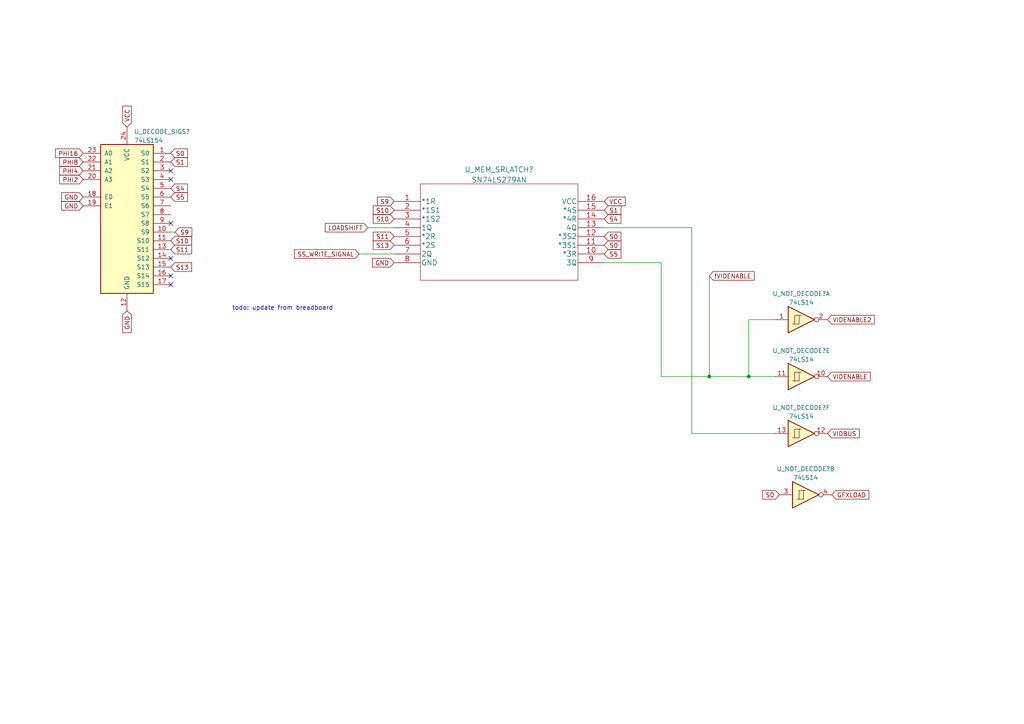
<source format=kicad_sch>
(kicad_sch
	(version 20231120)
	(generator "eeschema")
	(generator_version "8.0")
	(uuid "f143d094-d1da-410d-92b3-fc0e10ddd317")
	(paper "A4")
	(lib_symbols
		(symbol "2021-11-13_22-40-30:SN74LS279AN"
			(pin_names
				(offset 0.254)
			)
			(exclude_from_sim no)
			(in_bom yes)
			(on_board yes)
			(property "Reference" "U"
				(at 30.48 10.16 0)
				(effects
					(font
						(size 1.524 1.524)
					)
				)
			)
			(property "Value" "SN74LS279AN"
				(at 30.48 7.62 0)
				(effects
					(font
						(size 1.524 1.524)
					)
				)
			)
			(property "Footprint" "N16"
				(at 30.48 6.096 0)
				(effects
					(font
						(size 1.524 1.524)
					)
					(hide yes)
				)
			)
			(property "Datasheet" ""
				(at 0 0 0)
				(effects
					(font
						(size 1.524 1.524)
					)
				)
			)
			(property "Description" ""
				(at 0 0 0)
				(effects
					(font
						(size 1.27 1.27)
					)
					(hide yes)
				)
			)
			(property "ki_locked" ""
				(at 0 0 0)
				(effects
					(font
						(size 1.27 1.27)
					)
				)
			)
			(property "ki_fp_filters" "N16"
				(at 0 0 0)
				(effects
					(font
						(size 1.27 1.27)
					)
					(hide yes)
				)
			)
			(symbol "SN74LS279AN_1_1"
				(polyline
					(pts
						(xy 7.62 -22.86) (xy 53.34 -22.86)
					)
					(stroke
						(width 0.127)
						(type default)
					)
					(fill
						(type none)
					)
				)
				(polyline
					(pts
						(xy 7.62 5.08) (xy 7.62 -22.86)
					)
					(stroke
						(width 0.127)
						(type default)
					)
					(fill
						(type none)
					)
				)
				(polyline
					(pts
						(xy 53.34 -22.86) (xy 53.34 5.08)
					)
					(stroke
						(width 0.127)
						(type default)
					)
					(fill
						(type none)
					)
				)
				(polyline
					(pts
						(xy 53.34 5.08) (xy 7.62 5.08)
					)
					(stroke
						(width 0.127)
						(type default)
					)
					(fill
						(type none)
					)
				)
				(pin input line
					(at 0 0 0)
					(length 7.62)
					(name "*1R"
						(effects
							(font
								(size 1.4986 1.4986)
							)
						)
					)
					(number "1"
						(effects
							(font
								(size 1.4986 1.4986)
							)
						)
					)
				)
				(pin input line
					(at 60.96 -15.24 180)
					(length 7.62)
					(name "*3R"
						(effects
							(font
								(size 1.4986 1.4986)
							)
						)
					)
					(number "10"
						(effects
							(font
								(size 1.4986 1.4986)
							)
						)
					)
				)
				(pin input line
					(at 60.96 -12.7 180)
					(length 7.62)
					(name "*3S1"
						(effects
							(font
								(size 1.4986 1.4986)
							)
						)
					)
					(number "11"
						(effects
							(font
								(size 1.4986 1.4986)
							)
						)
					)
				)
				(pin input line
					(at 60.96 -10.16 180)
					(length 7.62)
					(name "*3S2"
						(effects
							(font
								(size 1.4986 1.4986)
							)
						)
					)
					(number "12"
						(effects
							(font
								(size 1.4986 1.4986)
							)
						)
					)
				)
				(pin output line
					(at 60.96 -7.62 180)
					(length 7.62)
					(name "4Q"
						(effects
							(font
								(size 1.4986 1.4986)
							)
						)
					)
					(number "13"
						(effects
							(font
								(size 1.4986 1.4986)
							)
						)
					)
				)
				(pin input line
					(at 60.96 -5.08 180)
					(length 7.62)
					(name "*4R"
						(effects
							(font
								(size 1.4986 1.4986)
							)
						)
					)
					(number "14"
						(effects
							(font
								(size 1.4986 1.4986)
							)
						)
					)
				)
				(pin input line
					(at 60.96 -2.54 180)
					(length 7.62)
					(name "*4S"
						(effects
							(font
								(size 1.4986 1.4986)
							)
						)
					)
					(number "15"
						(effects
							(font
								(size 1.4986 1.4986)
							)
						)
					)
				)
				(pin power_in line
					(at 60.96 0 180)
					(length 7.62)
					(name "VCC"
						(effects
							(font
								(size 1.4986 1.4986)
							)
						)
					)
					(number "16"
						(effects
							(font
								(size 1.4986 1.4986)
							)
						)
					)
				)
				(pin input line
					(at 0 -2.54 0)
					(length 7.62)
					(name "*1S1"
						(effects
							(font
								(size 1.4986 1.4986)
							)
						)
					)
					(number "2"
						(effects
							(font
								(size 1.4986 1.4986)
							)
						)
					)
				)
				(pin input line
					(at 0 -5.08 0)
					(length 7.62)
					(name "*1S2"
						(effects
							(font
								(size 1.4986 1.4986)
							)
						)
					)
					(number "3"
						(effects
							(font
								(size 1.4986 1.4986)
							)
						)
					)
				)
				(pin output line
					(at 0 -7.62 0)
					(length 7.62)
					(name "1Q"
						(effects
							(font
								(size 1.4986 1.4986)
							)
						)
					)
					(number "4"
						(effects
							(font
								(size 1.4986 1.4986)
							)
						)
					)
				)
				(pin input line
					(at 0 -10.16 0)
					(length 7.62)
					(name "*2R"
						(effects
							(font
								(size 1.4986 1.4986)
							)
						)
					)
					(number "5"
						(effects
							(font
								(size 1.4986 1.4986)
							)
						)
					)
				)
				(pin input line
					(at 0 -12.7 0)
					(length 7.62)
					(name "*2S"
						(effects
							(font
								(size 1.4986 1.4986)
							)
						)
					)
					(number "6"
						(effects
							(font
								(size 1.4986 1.4986)
							)
						)
					)
				)
				(pin output line
					(at 0 -15.24 0)
					(length 7.62)
					(name "2Q"
						(effects
							(font
								(size 1.4986 1.4986)
							)
						)
					)
					(number "7"
						(effects
							(font
								(size 1.4986 1.4986)
							)
						)
					)
				)
				(pin power_in line
					(at 0 -17.78 0)
					(length 7.62)
					(name "GND"
						(effects
							(font
								(size 1.4986 1.4986)
							)
						)
					)
					(number "8"
						(effects
							(font
								(size 1.4986 1.4986)
							)
						)
					)
				)
				(pin output line
					(at 60.96 -17.78 180)
					(length 7.62)
					(name "3Q"
						(effects
							(font
								(size 1.4986 1.4986)
							)
						)
					)
					(number "9"
						(effects
							(font
								(size 1.4986 1.4986)
							)
						)
					)
				)
			)
		)
		(symbol "74xx:74LS14"
			(pin_names
				(offset 1.016)
			)
			(exclude_from_sim no)
			(in_bom yes)
			(on_board yes)
			(property "Reference" "U"
				(at 0 1.27 0)
				(effects
					(font
						(size 1.27 1.27)
					)
				)
			)
			(property "Value" "74LS14"
				(at 0 -1.27 0)
				(effects
					(font
						(size 1.27 1.27)
					)
				)
			)
			(property "Footprint" ""
				(at 0 0 0)
				(effects
					(font
						(size 1.27 1.27)
					)
					(hide yes)
				)
			)
			(property "Datasheet" "http://www.ti.com/lit/gpn/sn74LS14"
				(at 0 0 0)
				(effects
					(font
						(size 1.27 1.27)
					)
					(hide yes)
				)
			)
			(property "Description" "Hex inverter schmitt trigger"
				(at 0 0 0)
				(effects
					(font
						(size 1.27 1.27)
					)
					(hide yes)
				)
			)
			(property "ki_locked" ""
				(at 0 0 0)
				(effects
					(font
						(size 1.27 1.27)
					)
				)
			)
			(property "ki_keywords" "TTL not inverter"
				(at 0 0 0)
				(effects
					(font
						(size 1.27 1.27)
					)
					(hide yes)
				)
			)
			(property "ki_fp_filters" "DIP*W7.62mm*"
				(at 0 0 0)
				(effects
					(font
						(size 1.27 1.27)
					)
					(hide yes)
				)
			)
			(symbol "74LS14_1_0"
				(polyline
					(pts
						(xy -3.81 3.81) (xy -3.81 -3.81) (xy 3.81 0) (xy -3.81 3.81)
					)
					(stroke
						(width 0.254)
						(type default)
					)
					(fill
						(type background)
					)
				)
				(pin input line
					(at -7.62 0 0)
					(length 3.81)
					(name "~"
						(effects
							(font
								(size 1.27 1.27)
							)
						)
					)
					(number "1"
						(effects
							(font
								(size 1.27 1.27)
							)
						)
					)
				)
				(pin output inverted
					(at 7.62 0 180)
					(length 3.81)
					(name "~"
						(effects
							(font
								(size 1.27 1.27)
							)
						)
					)
					(number "2"
						(effects
							(font
								(size 1.27 1.27)
							)
						)
					)
				)
			)
			(symbol "74LS14_1_1"
				(polyline
					(pts
						(xy -1.905 -1.27) (xy -1.905 1.27) (xy -0.635 1.27)
					)
					(stroke
						(width 0)
						(type default)
					)
					(fill
						(type none)
					)
				)
				(polyline
					(pts
						(xy -2.54 -1.27) (xy -0.635 -1.27) (xy -0.635 1.27) (xy 0 1.27)
					)
					(stroke
						(width 0)
						(type default)
					)
					(fill
						(type none)
					)
				)
			)
			(symbol "74LS14_2_0"
				(polyline
					(pts
						(xy -3.81 3.81) (xy -3.81 -3.81) (xy 3.81 0) (xy -3.81 3.81)
					)
					(stroke
						(width 0.254)
						(type default)
					)
					(fill
						(type background)
					)
				)
				(pin input line
					(at -7.62 0 0)
					(length 3.81)
					(name "~"
						(effects
							(font
								(size 1.27 1.27)
							)
						)
					)
					(number "3"
						(effects
							(font
								(size 1.27 1.27)
							)
						)
					)
				)
				(pin output inverted
					(at 7.62 0 180)
					(length 3.81)
					(name "~"
						(effects
							(font
								(size 1.27 1.27)
							)
						)
					)
					(number "4"
						(effects
							(font
								(size 1.27 1.27)
							)
						)
					)
				)
			)
			(symbol "74LS14_2_1"
				(polyline
					(pts
						(xy -1.905 -1.27) (xy -1.905 1.27) (xy -0.635 1.27)
					)
					(stroke
						(width 0)
						(type default)
					)
					(fill
						(type none)
					)
				)
				(polyline
					(pts
						(xy -2.54 -1.27) (xy -0.635 -1.27) (xy -0.635 1.27) (xy 0 1.27)
					)
					(stroke
						(width 0)
						(type default)
					)
					(fill
						(type none)
					)
				)
			)
			(symbol "74LS14_3_0"
				(polyline
					(pts
						(xy -3.81 3.81) (xy -3.81 -3.81) (xy 3.81 0) (xy -3.81 3.81)
					)
					(stroke
						(width 0.254)
						(type default)
					)
					(fill
						(type background)
					)
				)
				(pin input line
					(at -7.62 0 0)
					(length 3.81)
					(name "~"
						(effects
							(font
								(size 1.27 1.27)
							)
						)
					)
					(number "5"
						(effects
							(font
								(size 1.27 1.27)
							)
						)
					)
				)
				(pin output inverted
					(at 7.62 0 180)
					(length 3.81)
					(name "~"
						(effects
							(font
								(size 1.27 1.27)
							)
						)
					)
					(number "6"
						(effects
							(font
								(size 1.27 1.27)
							)
						)
					)
				)
			)
			(symbol "74LS14_3_1"
				(polyline
					(pts
						(xy -1.905 -1.27) (xy -1.905 1.27) (xy -0.635 1.27)
					)
					(stroke
						(width 0)
						(type default)
					)
					(fill
						(type none)
					)
				)
				(polyline
					(pts
						(xy -2.54 -1.27) (xy -0.635 -1.27) (xy -0.635 1.27) (xy 0 1.27)
					)
					(stroke
						(width 0)
						(type default)
					)
					(fill
						(type none)
					)
				)
			)
			(symbol "74LS14_4_0"
				(polyline
					(pts
						(xy -3.81 3.81) (xy -3.81 -3.81) (xy 3.81 0) (xy -3.81 3.81)
					)
					(stroke
						(width 0.254)
						(type default)
					)
					(fill
						(type background)
					)
				)
				(pin output inverted
					(at 7.62 0 180)
					(length 3.81)
					(name "~"
						(effects
							(font
								(size 1.27 1.27)
							)
						)
					)
					(number "8"
						(effects
							(font
								(size 1.27 1.27)
							)
						)
					)
				)
				(pin input line
					(at -7.62 0 0)
					(length 3.81)
					(name "~"
						(effects
							(font
								(size 1.27 1.27)
							)
						)
					)
					(number "9"
						(effects
							(font
								(size 1.27 1.27)
							)
						)
					)
				)
			)
			(symbol "74LS14_4_1"
				(polyline
					(pts
						(xy -1.905 -1.27) (xy -1.905 1.27) (xy -0.635 1.27)
					)
					(stroke
						(width 0)
						(type default)
					)
					(fill
						(type none)
					)
				)
				(polyline
					(pts
						(xy -2.54 -1.27) (xy -0.635 -1.27) (xy -0.635 1.27) (xy 0 1.27)
					)
					(stroke
						(width 0)
						(type default)
					)
					(fill
						(type none)
					)
				)
			)
			(symbol "74LS14_5_0"
				(polyline
					(pts
						(xy -3.81 3.81) (xy -3.81 -3.81) (xy 3.81 0) (xy -3.81 3.81)
					)
					(stroke
						(width 0.254)
						(type default)
					)
					(fill
						(type background)
					)
				)
				(pin output inverted
					(at 7.62 0 180)
					(length 3.81)
					(name "~"
						(effects
							(font
								(size 1.27 1.27)
							)
						)
					)
					(number "10"
						(effects
							(font
								(size 1.27 1.27)
							)
						)
					)
				)
				(pin input line
					(at -7.62 0 0)
					(length 3.81)
					(name "~"
						(effects
							(font
								(size 1.27 1.27)
							)
						)
					)
					(number "11"
						(effects
							(font
								(size 1.27 1.27)
							)
						)
					)
				)
			)
			(symbol "74LS14_5_1"
				(polyline
					(pts
						(xy -1.905 -1.27) (xy -1.905 1.27) (xy -0.635 1.27)
					)
					(stroke
						(width 0)
						(type default)
					)
					(fill
						(type none)
					)
				)
				(polyline
					(pts
						(xy -2.54 -1.27) (xy -0.635 -1.27) (xy -0.635 1.27) (xy 0 1.27)
					)
					(stroke
						(width 0)
						(type default)
					)
					(fill
						(type none)
					)
				)
			)
			(symbol "74LS14_6_0"
				(polyline
					(pts
						(xy -3.81 3.81) (xy -3.81 -3.81) (xy 3.81 0) (xy -3.81 3.81)
					)
					(stroke
						(width 0.254)
						(type default)
					)
					(fill
						(type background)
					)
				)
				(pin output inverted
					(at 7.62 0 180)
					(length 3.81)
					(name "~"
						(effects
							(font
								(size 1.27 1.27)
							)
						)
					)
					(number "12"
						(effects
							(font
								(size 1.27 1.27)
							)
						)
					)
				)
				(pin input line
					(at -7.62 0 0)
					(length 3.81)
					(name "~"
						(effects
							(font
								(size 1.27 1.27)
							)
						)
					)
					(number "13"
						(effects
							(font
								(size 1.27 1.27)
							)
						)
					)
				)
			)
			(symbol "74LS14_6_1"
				(polyline
					(pts
						(xy -1.905 -1.27) (xy -1.905 1.27) (xy -0.635 1.27)
					)
					(stroke
						(width 0)
						(type default)
					)
					(fill
						(type none)
					)
				)
				(polyline
					(pts
						(xy -2.54 -1.27) (xy -0.635 -1.27) (xy -0.635 1.27) (xy 0 1.27)
					)
					(stroke
						(width 0)
						(type default)
					)
					(fill
						(type none)
					)
				)
			)
			(symbol "74LS14_7_0"
				(pin power_in line
					(at 0 12.7 270)
					(length 5.08)
					(name "VCC"
						(effects
							(font
								(size 1.27 1.27)
							)
						)
					)
					(number "14"
						(effects
							(font
								(size 1.27 1.27)
							)
						)
					)
				)
				(pin power_in line
					(at 0 -12.7 90)
					(length 5.08)
					(name "GND"
						(effects
							(font
								(size 1.27 1.27)
							)
						)
					)
					(number "7"
						(effects
							(font
								(size 1.27 1.27)
							)
						)
					)
				)
			)
			(symbol "74LS14_7_1"
				(rectangle
					(start -5.08 7.62)
					(end 5.08 -7.62)
					(stroke
						(width 0.254)
						(type default)
					)
					(fill
						(type background)
					)
				)
			)
		)
		(symbol "74xx:74LS154"
			(pin_names
				(offset 1.016)
			)
			(exclude_from_sim no)
			(in_bom yes)
			(on_board yes)
			(property "Reference" "U"
				(at -7.62 21.59 0)
				(effects
					(font
						(size 1.27 1.27)
					)
				)
			)
			(property "Value" "74LS154"
				(at -7.62 -24.13 0)
				(effects
					(font
						(size 1.27 1.27)
					)
				)
			)
			(property "Footprint" ""
				(at 0 0 0)
				(effects
					(font
						(size 1.27 1.27)
					)
					(hide yes)
				)
			)
			(property "Datasheet" "http://www.ti.com/lit/gpn/sn74LS154"
				(at 0 0 0)
				(effects
					(font
						(size 1.27 1.27)
					)
					(hide yes)
				)
			)
			(property "Description" "Decoder 4 to 16"
				(at 0 0 0)
				(effects
					(font
						(size 1.27 1.27)
					)
					(hide yes)
				)
			)
			(property "ki_locked" ""
				(at 0 0 0)
				(effects
					(font
						(size 1.27 1.27)
					)
				)
			)
			(property "ki_keywords" "TTL DECOD16 DECOD"
				(at 0 0 0)
				(effects
					(font
						(size 1.27 1.27)
					)
					(hide yes)
				)
			)
			(property "ki_fp_filters" "DIP?24*"
				(at 0 0 0)
				(effects
					(font
						(size 1.27 1.27)
					)
					(hide yes)
				)
			)
			(symbol "74LS154_1_0"
				(pin output line
					(at 12.7 17.78 180)
					(length 5.08)
					(name "S0"
						(effects
							(font
								(size 1.27 1.27)
							)
						)
					)
					(number "1"
						(effects
							(font
								(size 1.27 1.27)
							)
						)
					)
				)
				(pin output line
					(at 12.7 -5.08 180)
					(length 5.08)
					(name "S9"
						(effects
							(font
								(size 1.27 1.27)
							)
						)
					)
					(number "10"
						(effects
							(font
								(size 1.27 1.27)
							)
						)
					)
				)
				(pin output line
					(at 12.7 -7.62 180)
					(length 5.08)
					(name "S10"
						(effects
							(font
								(size 1.27 1.27)
							)
						)
					)
					(number "11"
						(effects
							(font
								(size 1.27 1.27)
							)
						)
					)
				)
				(pin power_in line
					(at 0 -27.94 90)
					(length 5.08)
					(name "GND"
						(effects
							(font
								(size 1.27 1.27)
							)
						)
					)
					(number "12"
						(effects
							(font
								(size 1.27 1.27)
							)
						)
					)
				)
				(pin output line
					(at 12.7 -10.16 180)
					(length 5.08)
					(name "S11"
						(effects
							(font
								(size 1.27 1.27)
							)
						)
					)
					(number "13"
						(effects
							(font
								(size 1.27 1.27)
							)
						)
					)
				)
				(pin output line
					(at 12.7 -12.7 180)
					(length 5.08)
					(name "S12"
						(effects
							(font
								(size 1.27 1.27)
							)
						)
					)
					(number "14"
						(effects
							(font
								(size 1.27 1.27)
							)
						)
					)
				)
				(pin output line
					(at 12.7 -15.24 180)
					(length 5.08)
					(name "S13"
						(effects
							(font
								(size 1.27 1.27)
							)
						)
					)
					(number "15"
						(effects
							(font
								(size 1.27 1.27)
							)
						)
					)
				)
				(pin output line
					(at 12.7 -17.78 180)
					(length 5.08)
					(name "S14"
						(effects
							(font
								(size 1.27 1.27)
							)
						)
					)
					(number "16"
						(effects
							(font
								(size 1.27 1.27)
							)
						)
					)
				)
				(pin output line
					(at 12.7 -20.32 180)
					(length 5.08)
					(name "S15"
						(effects
							(font
								(size 1.27 1.27)
							)
						)
					)
					(number "17"
						(effects
							(font
								(size 1.27 1.27)
							)
						)
					)
				)
				(pin input line
					(at -12.7 5.08 0)
					(length 5.08)
					(name "E0"
						(effects
							(font
								(size 1.27 1.27)
							)
						)
					)
					(number "18"
						(effects
							(font
								(size 1.27 1.27)
							)
						)
					)
				)
				(pin input line
					(at -12.7 2.54 0)
					(length 5.08)
					(name "E1"
						(effects
							(font
								(size 1.27 1.27)
							)
						)
					)
					(number "19"
						(effects
							(font
								(size 1.27 1.27)
							)
						)
					)
				)
				(pin output line
					(at 12.7 15.24 180)
					(length 5.08)
					(name "S1"
						(effects
							(font
								(size 1.27 1.27)
							)
						)
					)
					(number "2"
						(effects
							(font
								(size 1.27 1.27)
							)
						)
					)
				)
				(pin input line
					(at -12.7 10.16 0)
					(length 5.08)
					(name "A3"
						(effects
							(font
								(size 1.27 1.27)
							)
						)
					)
					(number "20"
						(effects
							(font
								(size 1.27 1.27)
							)
						)
					)
				)
				(pin input line
					(at -12.7 12.7 0)
					(length 5.08)
					(name "A2"
						(effects
							(font
								(size 1.27 1.27)
							)
						)
					)
					(number "21"
						(effects
							(font
								(size 1.27 1.27)
							)
						)
					)
				)
				(pin input line
					(at -12.7 15.24 0)
					(length 5.08)
					(name "A1"
						(effects
							(font
								(size 1.27 1.27)
							)
						)
					)
					(number "22"
						(effects
							(font
								(size 1.27 1.27)
							)
						)
					)
				)
				(pin input line
					(at -12.7 17.78 0)
					(length 5.08)
					(name "A0"
						(effects
							(font
								(size 1.27 1.27)
							)
						)
					)
					(number "23"
						(effects
							(font
								(size 1.27 1.27)
							)
						)
					)
				)
				(pin power_in line
					(at 0 25.4 270)
					(length 5.08)
					(name "VCC"
						(effects
							(font
								(size 1.27 1.27)
							)
						)
					)
					(number "24"
						(effects
							(font
								(size 1.27 1.27)
							)
						)
					)
				)
				(pin output line
					(at 12.7 12.7 180)
					(length 5.08)
					(name "S2"
						(effects
							(font
								(size 1.27 1.27)
							)
						)
					)
					(number "3"
						(effects
							(font
								(size 1.27 1.27)
							)
						)
					)
				)
				(pin output line
					(at 12.7 10.16 180)
					(length 5.08)
					(name "S3"
						(effects
							(font
								(size 1.27 1.27)
							)
						)
					)
					(number "4"
						(effects
							(font
								(size 1.27 1.27)
							)
						)
					)
				)
				(pin output line
					(at 12.7 7.62 180)
					(length 5.08)
					(name "S4"
						(effects
							(font
								(size 1.27 1.27)
							)
						)
					)
					(number "5"
						(effects
							(font
								(size 1.27 1.27)
							)
						)
					)
				)
				(pin output line
					(at 12.7 5.08 180)
					(length 5.08)
					(name "S5"
						(effects
							(font
								(size 1.27 1.27)
							)
						)
					)
					(number "6"
						(effects
							(font
								(size 1.27 1.27)
							)
						)
					)
				)
				(pin output line
					(at 12.7 2.54 180)
					(length 5.08)
					(name "S6"
						(effects
							(font
								(size 1.27 1.27)
							)
						)
					)
					(number "7"
						(effects
							(font
								(size 1.27 1.27)
							)
						)
					)
				)
				(pin output line
					(at 12.7 0 180)
					(length 5.08)
					(name "S7"
						(effects
							(font
								(size 1.27 1.27)
							)
						)
					)
					(number "8"
						(effects
							(font
								(size 1.27 1.27)
							)
						)
					)
				)
				(pin output line
					(at 12.7 -2.54 180)
					(length 5.08)
					(name "S8"
						(effects
							(font
								(size 1.27 1.27)
							)
						)
					)
					(number "9"
						(effects
							(font
								(size 1.27 1.27)
							)
						)
					)
				)
			)
			(symbol "74LS154_1_1"
				(rectangle
					(start -7.62 20.32)
					(end 7.62 -22.86)
					(stroke
						(width 0.254)
						(type default)
					)
					(fill
						(type background)
					)
				)
			)
		)
	)
	(junction
		(at 205.74 109.22)
		(diameter 0)
		(color 0 0 0 0)
		(uuid "73182dee-fb23-4afc-bc63-b772ee555326")
	)
	(junction
		(at 217.17 109.22)
		(diameter 0)
		(color 0 0 0 0)
		(uuid "782a321b-531c-442f-aee2-00e29976d593")
	)
	(no_connect
		(at 49.53 82.55)
		(uuid "069612a1-a67e-4251-a417-226823b8e30f")
	)
	(no_connect
		(at 49.53 52.07)
		(uuid "069612a1-a67e-4251-a417-226823b8e311")
	)
	(no_connect
		(at 49.53 80.01)
		(uuid "069612a1-a67e-4251-a417-226823b8e314")
	)
	(no_connect
		(at 49.53 74.93)
		(uuid "069612a1-a67e-4251-a417-226823b8e319")
	)
	(no_connect
		(at 49.53 49.53)
		(uuid "71e01001-0d54-4ea5-bb51-c7da5d715325")
	)
	(no_connect
		(at 49.53 64.77)
		(uuid "858b0fc0-0b5e-469e-a605-42bc2f529389")
	)
	(wire
		(pts
			(xy 217.17 109.22) (xy 224.79 109.22)
		)
		(stroke
			(width 0)
			(type default)
		)
		(uuid "0ce39a1b-5535-4a7d-a12d-bcb74fc8c034")
	)
	(wire
		(pts
			(xy 224.79 92.71) (xy 217.17 92.71)
		)
		(stroke
			(width 0)
			(type default)
		)
		(uuid "125b8975-629f-4c3f-86b5-f432a1b469c9")
	)
	(wire
		(pts
			(xy 191.77 109.22) (xy 205.74 109.22)
		)
		(stroke
			(width 0)
			(type default)
		)
		(uuid "1b5f6cb0-29a2-4713-8da9-6620f155487a")
	)
	(wire
		(pts
			(xy 175.26 66.04) (xy 200.66 66.04)
		)
		(stroke
			(width 0)
			(type default)
		)
		(uuid "2655249c-e2d8-43b3-b72a-672f3ea09925")
	)
	(wire
		(pts
			(xy 200.66 66.04) (xy 200.66 125.73)
		)
		(stroke
			(width 0)
			(type default)
		)
		(uuid "4c42cb5f-1e1d-438f-8cc7-9b0aa79fcbcc")
	)
	(wire
		(pts
			(xy 175.26 76.2) (xy 191.77 76.2)
		)
		(stroke
			(width 0)
			(type default)
		)
		(uuid "56da4a45-8123-4691-b95b-384d6119da05")
	)
	(wire
		(pts
			(xy 217.17 92.71) (xy 217.17 109.22)
		)
		(stroke
			(width 0)
			(type default)
		)
		(uuid "6648d21b-ece0-4c7e-bf7f-31f3a56c1053")
	)
	(wire
		(pts
			(xy 205.74 80.01) (xy 205.74 109.22)
		)
		(stroke
			(width 0)
			(type default)
		)
		(uuid "7436a087-2565-4a90-a835-acffaff6fbd0")
	)
	(wire
		(pts
			(xy 205.74 109.22) (xy 217.17 109.22)
		)
		(stroke
			(width 0)
			(type default)
		)
		(uuid "77e73e47-dfcd-4065-bd03-02bd5c4fa2e4")
	)
	(wire
		(pts
			(xy 200.66 125.73) (xy 224.79 125.73)
		)
		(stroke
			(width 0)
			(type default)
		)
		(uuid "9880823c-fa0d-4c69-b5e7-94b1ebdc9351")
	)
	(wire
		(pts
			(xy 49.53 67.31) (xy 50.8 67.31)
		)
		(stroke
			(width 0)
			(type default)
		)
		(uuid "c696d3dc-63f8-4f8d-8328-24dc9d1df61f")
	)
	(wire
		(pts
			(xy 104.14 73.66) (xy 114.3 73.66)
		)
		(stroke
			(width 0)
			(type default)
		)
		(uuid "e35291ee-7102-42a5-a792-de2a751a3473")
	)
	(wire
		(pts
			(xy 106.68 66.04) (xy 114.3 66.04)
		)
		(stroke
			(width 0)
			(type default)
		)
		(uuid "e4484eb7-1b92-4a24-81c3-84c9974428a7")
	)
	(wire
		(pts
			(xy 191.77 76.2) (xy 191.77 109.22)
		)
		(stroke
			(width 0)
			(type default)
		)
		(uuid "f03aa304-522d-4069-a3b5-0b6e847c5da6")
	)
	(text "todo: update from breadboard\n"
		(exclude_from_sim no)
		(at 67.31 90.17 0)
		(effects
			(font
				(size 1.27 1.27)
			)
			(justify left bottom)
		)
		(uuid "b5927650-3066-4493-b1b5-dd74f117f0a2")
	)
	(global_label "S4"
		(shape input)
		(at 49.53 54.61 0)
		(fields_autoplaced yes)
		(effects
			(font
				(size 1.27 1.27)
			)
			(justify left)
		)
		(uuid "00910242-15a2-46e0-9ca4-39d64c0d2827")
		(property "Intersheetrefs" "${INTERSHEET_REFS}"
			(at 54.3621 54.5306 0)
			(effects
				(font
					(size 1.27 1.27)
				)
				(justify left)
				(hide yes)
			)
		)
	)
	(global_label "GND"
		(shape input)
		(at 24.13 59.69 180)
		(fields_autoplaced yes)
		(effects
			(font
				(size 1.27 1.27)
			)
			(justify right)
		)
		(uuid "0349dad6-00e1-43d3-a4bd-4c194b6c91e1")
		(property "Intersheetrefs" "${INTERSHEET_REFS}"
			(at 17.8464 59.6106 0)
			(effects
				(font
					(size 1.27 1.27)
				)
				(justify right)
				(hide yes)
			)
		)
	)
	(global_label "S10"
		(shape input)
		(at 114.3 60.96 180)
		(fields_autoplaced yes)
		(effects
			(font
				(size 1.27 1.27)
			)
			(justify right)
		)
		(uuid "0801d27d-2209-485e-a446-ce690109e9ae")
		(property "Intersheetrefs" "${INTERSHEET_REFS}"
			(at 108.2583 61.0394 0)
			(effects
				(font
					(size 1.27 1.27)
				)
				(justify right)
				(hide yes)
			)
		)
	)
	(global_label "PHI16"
		(shape input)
		(at 24.13 44.45 180)
		(fields_autoplaced yes)
		(effects
			(font
				(size 1.27 1.27)
			)
			(justify right)
		)
		(uuid "08a60d14-3fe2-45e4-9672-66098affa3df")
		(property "Intersheetrefs" "${INTERSHEET_REFS}"
			(at 16.0926 44.3706 0)
			(effects
				(font
					(size 1.27 1.27)
				)
				(justify right)
				(hide yes)
			)
		)
	)
	(global_label "S13"
		(shape input)
		(at 49.53 77.47 0)
		(fields_autoplaced yes)
		(effects
			(font
				(size 1.27 1.27)
			)
			(justify left)
		)
		(uuid "102cd196-94e7-454f-8937-d71acee2448c")
		(property "Intersheetrefs" "${INTERSHEET_REFS}"
			(at 55.5717 77.3906 0)
			(effects
				(font
					(size 1.27 1.27)
				)
				(justify left)
				(hide yes)
			)
		)
	)
	(global_label "GFXLOAD"
		(shape input)
		(at 241.3 143.51 0)
		(fields_autoplaced yes)
		(effects
			(font
				(size 1.27 1.27)
			)
			(justify left)
		)
		(uuid "169d80fd-b693-4fa7-96db-dafd4fbf138b")
		(property "Intersheetrefs" "${INTERSHEET_REFS}"
			(at 251.9983 143.4306 0)
			(effects
				(font
					(size 1.27 1.27)
				)
				(justify left)
				(hide yes)
			)
		)
	)
	(global_label "GND"
		(shape input)
		(at 36.83 90.17 270)
		(fields_autoplaced yes)
		(effects
			(font
				(size 1.27 1.27)
			)
			(justify right)
		)
		(uuid "1a1bcc57-64c4-4ecd-9bfe-5dec3d2c3f49")
		(property "Intersheetrefs" "${INTERSHEET_REFS}"
			(at 36.7506 96.4536 90)
			(effects
				(font
					(size 1.27 1.27)
				)
				(justify right)
				(hide yes)
			)
		)
	)
	(global_label "PHI4"
		(shape input)
		(at 24.13 49.53 180)
		(fields_autoplaced yes)
		(effects
			(font
				(size 1.27 1.27)
			)
			(justify right)
		)
		(uuid "2f02120d-5b16-4dda-a6cf-b28c0e2263f4")
		(property "Intersheetrefs" "${INTERSHEET_REFS}"
			(at 17.3021 49.4506 0)
			(effects
				(font
					(size 1.27 1.27)
				)
				(justify right)
				(hide yes)
			)
		)
	)
	(global_label "VIDENABLE2"
		(shape input)
		(at 240.03 92.71 0)
		(fields_autoplaced yes)
		(effects
			(font
				(size 1.27 1.27)
			)
			(justify left)
		)
		(uuid "4be2cafe-b603-45bf-bdce-dfa69954c868")
		(property "Intersheetrefs" "${INTERSHEET_REFS}"
			(at 253.6312 92.6306 0)
			(effects
				(font
					(size 1.27 1.27)
				)
				(justify left)
				(hide yes)
			)
		)
	)
	(global_label "LOADSHIFT"
		(shape input)
		(at 106.68 66.04 180)
		(fields_autoplaced yes)
		(effects
			(font
				(size 1.27 1.27)
			)
			(justify right)
		)
		(uuid "54777c04-fcd5-4c9a-9079-cc0c5547cc6f")
		(property "Intersheetrefs" "${INTERSHEET_REFS}"
			(at 94.3488 65.9606 0)
			(effects
				(font
					(size 1.27 1.27)
				)
				(justify right)
				(hide yes)
			)
		)
	)
	(global_label "S11"
		(shape input)
		(at 49.53 72.39 0)
		(fields_autoplaced yes)
		(effects
			(font
				(size 1.27 1.27)
			)
			(justify left)
		)
		(uuid "5795deda-10c4-44a5-ab1f-9feec81f17f4")
		(property "Intersheetrefs" "${INTERSHEET_REFS}"
			(at 55.5717 72.3106 0)
			(effects
				(font
					(size 1.27 1.27)
				)
				(justify left)
				(hide yes)
			)
		)
	)
	(global_label "S10"
		(shape input)
		(at 49.53 69.85 0)
		(fields_autoplaced yes)
		(effects
			(font
				(size 1.27 1.27)
			)
			(justify left)
		)
		(uuid "6015e728-4b1d-4bf5-8c4a-93288990d7f2")
		(property "Intersheetrefs" "${INTERSHEET_REFS}"
			(at 55.5717 69.7706 0)
			(effects
				(font
					(size 1.27 1.27)
				)
				(justify left)
				(hide yes)
			)
		)
	)
	(global_label "S0"
		(shape input)
		(at 49.53 44.45 0)
		(fields_autoplaced yes)
		(effects
			(font
				(size 1.27 1.27)
			)
			(justify left)
		)
		(uuid "639912d1-9fe9-4daa-976e-ae97ca4d05eb")
		(property "Intersheetrefs" "${INTERSHEET_REFS}"
			(at 54.3621 44.3706 0)
			(effects
				(font
					(size 1.27 1.27)
				)
				(justify left)
				(hide yes)
			)
		)
	)
	(global_label "S0"
		(shape input)
		(at 175.26 68.58 0)
		(fields_autoplaced yes)
		(effects
			(font
				(size 1.27 1.27)
			)
			(justify left)
		)
		(uuid "6b453d4d-1765-48ae-b26d-3389b25c15ab")
		(property "Intersheetrefs" "${INTERSHEET_REFS}"
			(at 180.0921 68.5006 0)
			(effects
				(font
					(size 1.27 1.27)
				)
				(justify left)
				(hide yes)
			)
		)
	)
	(global_label "!VIDENABLE"
		(shape input)
		(at 205.74 80.01 0)
		(fields_autoplaced yes)
		(effects
			(font
				(size 1.27 1.27)
			)
			(justify left)
		)
		(uuid "74cecec0-c412-405b-924e-8e918198c042")
		(property "Intersheetrefs" "${INTERSHEET_REFS}"
			(at 218.7364 79.9306 0)
			(effects
				(font
					(size 1.27 1.27)
				)
				(justify left)
				(hide yes)
			)
		)
	)
	(global_label "VIDBUS"
		(shape input)
		(at 240.03 125.73 0)
		(fields_autoplaced yes)
		(effects
			(font
				(size 1.27 1.27)
			)
			(justify left)
		)
		(uuid "7636bdf1-609f-4304-801a-f716def92467")
		(property "Intersheetrefs" "${INTERSHEET_REFS}"
			(at 249.2164 125.6506 0)
			(effects
				(font
					(size 1.27 1.27)
				)
				(justify left)
				(hide yes)
			)
		)
	)
	(global_label "S1"
		(shape input)
		(at 175.26 60.96 0)
		(fields_autoplaced yes)
		(effects
			(font
				(size 1.27 1.27)
			)
			(justify left)
		)
		(uuid "897b89a1-64a0-47d4-b79d-f8273c4c2055")
		(property "Intersheetrefs" "${INTERSHEET_REFS}"
			(at 180.0921 60.8806 0)
			(effects
				(font
					(size 1.27 1.27)
				)
				(justify left)
				(hide yes)
			)
		)
	)
	(global_label "S5"
		(shape input)
		(at 49.53 57.15 0)
		(fields_autoplaced yes)
		(effects
			(font
				(size 1.27 1.27)
			)
			(justify left)
		)
		(uuid "8b5110c7-da16-47dc-9cd1-475660cd5557")
		(property "Intersheetrefs" "${INTERSHEET_REFS}"
			(at 54.3621 57.0706 0)
			(effects
				(font
					(size 1.27 1.27)
				)
				(justify left)
				(hide yes)
			)
		)
	)
	(global_label "S4"
		(shape input)
		(at 175.26 63.5 0)
		(fields_autoplaced yes)
		(effects
			(font
				(size 1.27 1.27)
			)
			(justify left)
		)
		(uuid "8dbc1aec-6573-4913-8039-e1f9fbf23259")
		(property "Intersheetrefs" "${INTERSHEET_REFS}"
			(at 180.0921 63.4206 0)
			(effects
				(font
					(size 1.27 1.27)
				)
				(justify left)
				(hide yes)
			)
		)
	)
	(global_label "VIDENABLE"
		(shape input)
		(at 240.03 109.22 0)
		(fields_autoplaced yes)
		(effects
			(font
				(size 1.27 1.27)
			)
			(justify left)
		)
		(uuid "8e521a8d-f290-452d-8831-431f3d804b2f")
		(property "Intersheetrefs" "${INTERSHEET_REFS}"
			(at 252.4217 109.1406 0)
			(effects
				(font
					(size 1.27 1.27)
				)
				(justify left)
				(hide yes)
			)
		)
	)
	(global_label "S9"
		(shape input)
		(at 50.8 67.31 0)
		(fields_autoplaced yes)
		(effects
			(font
				(size 1.27 1.27)
			)
			(justify left)
		)
		(uuid "94924584-4274-4714-b5c1-6ad678ff38c4")
		(property "Intersheetrefs" "${INTERSHEET_REFS}"
			(at 55.6321 67.2306 0)
			(effects
				(font
					(size 1.27 1.27)
				)
				(justify left)
				(hide yes)
			)
		)
	)
	(global_label "PHI8"
		(shape input)
		(at 24.13 46.99 180)
		(fields_autoplaced yes)
		(effects
			(font
				(size 1.27 1.27)
			)
			(justify right)
		)
		(uuid "9adaeaa2-9a90-4c48-b554-075117905012")
		(property "Intersheetrefs" "${INTERSHEET_REFS}"
			(at 17.3021 46.9106 0)
			(effects
				(font
					(size 1.27 1.27)
				)
				(justify right)
				(hide yes)
			)
		)
	)
	(global_label "GND"
		(shape input)
		(at 114.3 76.2 180)
		(fields_autoplaced yes)
		(effects
			(font
				(size 1.27 1.27)
			)
			(justify right)
		)
		(uuid "a0f1d7c4-0902-4210-8932-58f9970ec710")
		(property "Intersheetrefs" "${INTERSHEET_REFS}"
			(at 108.0164 76.1206 0)
			(effects
				(font
					(size 1.27 1.27)
				)
				(justify right)
				(hide yes)
			)
		)
	)
	(global_label "S1"
		(shape input)
		(at 49.53 46.99 0)
		(fields_autoplaced yes)
		(effects
			(font
				(size 1.27 1.27)
			)
			(justify left)
		)
		(uuid "a10ec14a-c305-49a3-80e6-fe9ad18ae4e5")
		(property "Intersheetrefs" "${INTERSHEET_REFS}"
			(at 54.3621 46.9106 0)
			(effects
				(font
					(size 1.27 1.27)
				)
				(justify left)
				(hide yes)
			)
		)
	)
	(global_label "S13"
		(shape input)
		(at 114.3 71.12 180)
		(fields_autoplaced yes)
		(effects
			(font
				(size 1.27 1.27)
			)
			(justify right)
		)
		(uuid "b0d514bd-58bd-4922-b81c-e2fc0bfd296d")
		(property "Intersheetrefs" "${INTERSHEET_REFS}"
			(at 108.2583 71.0406 0)
			(effects
				(font
					(size 1.27 1.27)
				)
				(justify right)
				(hide yes)
			)
		)
	)
	(global_label "PHI2"
		(shape input)
		(at 24.13 52.07 180)
		(fields_autoplaced yes)
		(effects
			(font
				(size 1.27 1.27)
			)
			(justify right)
		)
		(uuid "b40016ad-dbc4-4797-97b5-7a56a067bdb2")
		(property "Intersheetrefs" "${INTERSHEET_REFS}"
			(at 17.3021 51.9906 0)
			(effects
				(font
					(size 1.27 1.27)
				)
				(justify right)
				(hide yes)
			)
		)
	)
	(global_label "S0"
		(shape input)
		(at 226.06 143.51 180)
		(fields_autoplaced yes)
		(effects
			(font
				(size 1.27 1.27)
			)
			(justify right)
		)
		(uuid "b50579ec-75c2-4a7c-ab6f-f7809daec27c")
		(property "Intersheetrefs" "${INTERSHEET_REFS}"
			(at 221.2279 143.4306 0)
			(effects
				(font
					(size 1.27 1.27)
				)
				(justify right)
				(hide yes)
			)
		)
	)
	(global_label "S9"
		(shape input)
		(at 114.3 58.42 180)
		(fields_autoplaced yes)
		(effects
			(font
				(size 1.27 1.27)
			)
			(justify right)
		)
		(uuid "b855bda7-4723-4517-8c28-c69dc7d0d2a6")
		(property "Intersheetrefs" "${INTERSHEET_REFS}"
			(at 109.4679 58.3406 0)
			(effects
				(font
					(size 1.27 1.27)
				)
				(justify right)
				(hide yes)
			)
		)
	)
	(global_label "GND"
		(shape input)
		(at 24.13 57.15 180)
		(fields_autoplaced yes)
		(effects
			(font
				(size 1.27 1.27)
			)
			(justify right)
		)
		(uuid "c59782e6-5d5d-43b6-b877-c72cbd94ce25")
		(property "Intersheetrefs" "${INTERSHEET_REFS}"
			(at 17.8464 57.0706 0)
			(effects
				(font
					(size 1.27 1.27)
				)
				(justify right)
				(hide yes)
			)
		)
	)
	(global_label "S5"
		(shape input)
		(at 175.26 73.66 0)
		(fields_autoplaced yes)
		(effects
			(font
				(size 1.27 1.27)
			)
			(justify left)
		)
		(uuid "d2875490-d63c-4672-a5fe-e1b117bcadf4")
		(property "Intersheetrefs" "${INTERSHEET_REFS}"
			(at 180.0921 73.5806 0)
			(effects
				(font
					(size 1.27 1.27)
				)
				(justify left)
				(hide yes)
			)
		)
	)
	(global_label "VCC"
		(shape input)
		(at 175.26 58.42 0)
		(fields_autoplaced yes)
		(effects
			(font
				(size 1.27 1.27)
			)
			(justify left)
		)
		(uuid "e1248cf0-3cc9-4eaf-9a0c-503cd7d51cdd")
		(property "Intersheetrefs" "${INTERSHEET_REFS}"
			(at 181.3017 58.3406 0)
			(effects
				(font
					(size 1.27 1.27)
				)
				(justify left)
				(hide yes)
			)
		)
	)
	(global_label "S11"
		(shape input)
		(at 114.3 68.58 180)
		(fields_autoplaced yes)
		(effects
			(font
				(size 1.27 1.27)
			)
			(justify right)
		)
		(uuid "e3fe5ce6-94d5-4fd3-a5d7-24e55c271daf")
		(property "Intersheetrefs" "${INTERSHEET_REFS}"
			(at 108.2583 68.5006 0)
			(effects
				(font
					(size 1.27 1.27)
				)
				(justify right)
				(hide yes)
			)
		)
	)
	(global_label "S10"
		(shape input)
		(at 114.3 63.5 180)
		(fields_autoplaced yes)
		(effects
			(font
				(size 1.27 1.27)
			)
			(justify right)
		)
		(uuid "ea44108b-fd4e-41cb-9fa4-6099890545e6")
		(property "Intersheetrefs" "${INTERSHEET_REFS}"
			(at 108.2583 63.5794 0)
			(effects
				(font
					(size 1.27 1.27)
				)
				(justify right)
				(hide yes)
			)
		)
	)
	(global_label "SS_WRITE_SIGNAL"
		(shape input)
		(at 104.14 73.66 180)
		(fields_autoplaced yes)
		(effects
			(font
				(size 1.27 1.27)
			)
			(justify right)
		)
		(uuid "efa1c406-9abe-4de2-b30d-ff280b5f64c2")
		(property "Intersheetrefs" "${INTERSHEET_REFS}"
			(at 85.3983 73.5806 0)
			(effects
				(font
					(size 1.27 1.27)
				)
				(justify right)
				(hide yes)
			)
		)
	)
	(global_label "VCC"
		(shape input)
		(at 36.83 36.83 90)
		(fields_autoplaced yes)
		(effects
			(font
				(size 1.27 1.27)
			)
			(justify left)
		)
		(uuid "f2e8864c-5bd0-466f-89a2-15b750192d4d")
		(property "Intersheetrefs" "${INTERSHEET_REFS}"
			(at 36.7506 30.7883 90)
			(effects
				(font
					(size 1.27 1.27)
				)
				(justify left)
				(hide yes)
			)
		)
	)
	(global_label "S0"
		(shape input)
		(at 175.26 71.12 0)
		(fields_autoplaced yes)
		(effects
			(font
				(size 1.27 1.27)
			)
			(justify left)
		)
		(uuid "fcc52296-1d73-44c0-b1e2-fc13d4a2e6bb")
		(property "Intersheetrefs" "${INTERSHEET_REFS}"
			(at 180.0921 71.0406 0)
			(effects
				(font
					(size 1.27 1.27)
				)
				(justify left)
				(hide yes)
			)
		)
	)
	(symbol
		(lib_id "74xx:74LS14")
		(at 232.41 109.22 0)
		(unit 5)
		(exclude_from_sim no)
		(in_bom yes)
		(on_board yes)
		(dnp no)
		(fields_autoplaced yes)
		(uuid "4b9a114b-8e60-42b0-b4a3-f7fab06db815")
		(property "Reference" "U_NOT_DECODE?"
			(at 232.41 101.7102 0)
			(effects
				(font
					(size 1.27 1.27)
				)
			)
		)
		(property "Value" "74LS14"
			(at 232.41 104.2471 0)
			(effects
				(font
					(size 1.27 1.27)
				)
			)
		)
		(property "Footprint" "Package_DIP:DIP-14_W7.62mm_Socket"
			(at 232.41 109.22 0)
			(effects
				(font
					(size 1.27 1.27)
				)
				(hide yes)
			)
		)
		(property "Datasheet" "http://www.ti.com/lit/gpn/sn74LS14"
			(at 232.41 109.22 0)
			(effects
				(font
					(size 1.27 1.27)
				)
				(hide yes)
			)
		)
		(property "Description" ""
			(at 232.41 109.22 0)
			(effects
				(font
					(size 1.27 1.27)
				)
				(hide yes)
			)
		)
		(pin "1"
			(uuid "5bb011f6-c2e3-464d-8465-6125b7cc50e8")
		)
		(pin "2"
			(uuid "6c066a84-5384-42d8-8d76-33e831dc2a4c")
		)
		(pin "3"
			(uuid "cae46804-a7be-4850-af77-48f233209af3")
		)
		(pin "4"
			(uuid "a4ff33a2-e66f-42d0-a068-52d58e556b91")
		)
		(pin "5"
			(uuid "a4041a2c-8840-47f6-8f04-38f595007309")
		)
		(pin "6"
			(uuid "f4bee7a1-4423-4b06-94e4-2ab0bbce4be0")
		)
		(pin "8"
			(uuid "247ff698-6dc2-4d1b-b64a-f1ea259b0298")
		)
		(pin "9"
			(uuid "447418e8-01a5-4cae-a5e6-333b4561f14b")
		)
		(pin "10"
			(uuid "bcbd198f-0b25-4f12-a1c5-5bf7c3023afd")
		)
		(pin "11"
			(uuid "ec1ac756-8c8e-41e3-a43d-09b994a7539b")
		)
		(pin "12"
			(uuid "d31f00d5-fa73-46fe-91d4-ebe09bc0a8f2")
		)
		(pin "13"
			(uuid "2f386031-30d7-49ca-8cb5-6e0bef31c26a")
		)
		(pin "14"
			(uuid "af7a467b-a897-4519-b6da-2f7242cc7d1f")
		)
		(pin "7"
			(uuid "d23f2469-2c26-47f2-809d-8f3149df5b1b")
		)
		(instances
			(project "3ric"
				(path "/e63e39d7-6ac0-4ffd-8aa3-1841a4541b55/b61474be-3832-4b6c-a3a4-928ac814faf5"
					(reference "U_NOT_DECODE?")
					(unit 5)
				)
			)
		)
	)
	(symbol
		(lib_id "74xx:74LS154")
		(at 36.83 62.23 0)
		(unit 1)
		(exclude_from_sim no)
		(in_bom yes)
		(on_board yes)
		(dnp no)
		(fields_autoplaced yes)
		(uuid "7eefc0d5-d36a-44f1-8909-6bf37c51e58b")
		(property "Reference" "U_DECODE_SIGS?"
			(at 38.8494 38.2102 0)
			(effects
				(font
					(size 1.27 1.27)
				)
				(justify left)
			)
		)
		(property "Value" "74LS154"
			(at 38.8494 40.7471 0)
			(effects
				(font
					(size 1.27 1.27)
				)
				(justify left)
			)
		)
		(property "Footprint" "Package_DIP:DIP-24_W15.24mm_Socket"
			(at 36.83 62.23 0)
			(effects
				(font
					(size 1.27 1.27)
				)
				(hide yes)
			)
		)
		(property "Datasheet" "http://www.ti.com/lit/gpn/sn74LS154"
			(at 36.83 62.23 0)
			(effects
				(font
					(size 1.27 1.27)
				)
				(hide yes)
			)
		)
		(property "Description" ""
			(at 36.83 62.23 0)
			(effects
				(font
					(size 1.27 1.27)
				)
				(hide yes)
			)
		)
		(pin "1"
			(uuid "f0757d00-08b8-4d50-9b7e-871a73fc901a")
		)
		(pin "10"
			(uuid "a768f656-db8d-480a-a24b-b67cd984a971")
		)
		(pin "11"
			(uuid "529b40ed-b13f-456a-a496-b766c0558ec1")
		)
		(pin "12"
			(uuid "6a891ab4-7b10-4405-9963-97685a08f524")
		)
		(pin "13"
			(uuid "3bf97553-49e8-4381-9838-0e8e6e48c155")
		)
		(pin "14"
			(uuid "7b76a560-63b9-4c5b-af98-43c2f277e02b")
		)
		(pin "15"
			(uuid "78cf4e96-6888-4c1e-9d0a-23def5a07330")
		)
		(pin "16"
			(uuid "7bdcfa37-5ee9-4a19-a52a-14e87595b959")
		)
		(pin "17"
			(uuid "fdda29a0-d0b7-4f78-aa07-77ddf65b1060")
		)
		(pin "18"
			(uuid "46bf59e2-23c9-4bc6-9b2f-35450ffc1f0c")
		)
		(pin "19"
			(uuid "9241e93d-7d1b-4a59-b752-064eec072eb4")
		)
		(pin "2"
			(uuid "76c92c7c-3876-4aea-83e7-ac03b6406c59")
		)
		(pin "20"
			(uuid "ba226885-7873-407a-a699-198c6fdeb32e")
		)
		(pin "21"
			(uuid "ca129136-d040-487d-a761-a0d290d9cf2b")
		)
		(pin "22"
			(uuid "77a55442-1222-44c5-9ed8-b1656aa90eef")
		)
		(pin "23"
			(uuid "2dff552a-3458-4f52-9a77-a909063af3b1")
		)
		(pin "24"
			(uuid "5f19568a-4f21-4b75-9f31-eb538287d0a8")
		)
		(pin "3"
			(uuid "20beaa91-83af-4780-b556-a8d8e6450609")
		)
		(pin "4"
			(uuid "87a367ea-ebd8-491e-b1d9-bc1496485654")
		)
		(pin "5"
			(uuid "c12162c6-eaf1-4e0f-a8fa-d8f301644452")
		)
		(pin "6"
			(uuid "40383ad7-ca0b-4685-ad16-de93bfef8bdf")
		)
		(pin "7"
			(uuid "48d506df-ffe2-48fd-bb7c-26e3bf9e3616")
		)
		(pin "8"
			(uuid "951922fd-4468-412e-91da-0c6bf11d411a")
		)
		(pin "9"
			(uuid "49514191-d7dd-4918-b7af-3a6825b37792")
		)
		(instances
			(project "3ric"
				(path "/e63e39d7-6ac0-4ffd-8aa3-1841a4541b55/b61474be-3832-4b6c-a3a4-928ac814faf5"
					(reference "U_DECODE_SIGS?")
					(unit 1)
				)
			)
		)
	)
	(symbol
		(lib_id "74xx:74LS14")
		(at 232.41 92.71 0)
		(unit 1)
		(exclude_from_sim no)
		(in_bom yes)
		(on_board yes)
		(dnp no)
		(fields_autoplaced yes)
		(uuid "8cb2b232-c5d7-4ab1-b96c-1d91e5855a85")
		(property "Reference" "U_NOT_DECODE?"
			(at 232.41 85.2002 0)
			(effects
				(font
					(size 1.27 1.27)
				)
			)
		)
		(property "Value" "74LS14"
			(at 232.41 87.7371 0)
			(effects
				(font
					(size 1.27 1.27)
				)
			)
		)
		(property "Footprint" "Package_DIP:DIP-14_W7.62mm_Socket"
			(at 232.41 92.71 0)
			(effects
				(font
					(size 1.27 1.27)
				)
				(hide yes)
			)
		)
		(property "Datasheet" "http://www.ti.com/lit/gpn/sn74LS14"
			(at 232.41 92.71 0)
			(effects
				(font
					(size 1.27 1.27)
				)
				(hide yes)
			)
		)
		(property "Description" ""
			(at 232.41 92.71 0)
			(effects
				(font
					(size 1.27 1.27)
				)
				(hide yes)
			)
		)
		(pin "1"
			(uuid "7c7e3244-4262-468d-a19b-0f249b39e370")
		)
		(pin "2"
			(uuid "3225c331-2370-47d4-9cb4-2d9578c547e6")
		)
		(pin "3"
			(uuid "fd2f249e-b7f0-4efd-8efa-ff945b33667c")
		)
		(pin "4"
			(uuid "c0be05e3-b0ae-4c8d-9baf-6f41a613894c")
		)
		(pin "5"
			(uuid "2358e2e7-116c-4bb8-9615-405e6fa86d2d")
		)
		(pin "6"
			(uuid "9840c221-a4f6-459b-9499-ce19f74eb647")
		)
		(pin "8"
			(uuid "eb2db4ee-8cd3-41a8-8c98-5a0291ad348a")
		)
		(pin "9"
			(uuid "d5f33349-ad74-4f0d-8286-d531bd646b0a")
		)
		(pin "10"
			(uuid "823bd788-6fea-4863-a411-ce68300e74f3")
		)
		(pin "11"
			(uuid "5d489318-499b-445f-82f7-0e627304f810")
		)
		(pin "12"
			(uuid "1bebe425-5b88-47ef-9ae2-fa4350615fa8")
		)
		(pin "13"
			(uuid "5e763ade-5170-4180-b7c4-c3f940da8bf5")
		)
		(pin "14"
			(uuid "7265fa38-7e61-4c94-83b3-9c522b12a803")
		)
		(pin "7"
			(uuid "cb7c846d-7b17-4e4d-8328-919a92359c57")
		)
		(instances
			(project "3ric"
				(path "/e63e39d7-6ac0-4ffd-8aa3-1841a4541b55/b61474be-3832-4b6c-a3a4-928ac814faf5"
					(reference "U_NOT_DECODE?")
					(unit 1)
				)
			)
		)
	)
	(symbol
		(lib_id "74xx:74LS14")
		(at 233.68 143.51 0)
		(unit 2)
		(exclude_from_sim no)
		(in_bom yes)
		(on_board yes)
		(dnp no)
		(fields_autoplaced yes)
		(uuid "badc9aa0-9bbb-4faa-b9d3-d5c30a49da90")
		(property "Reference" "U_NOT_DECODE?"
			(at 233.68 136.0002 0)
			(effects
				(font
					(size 1.27 1.27)
				)
			)
		)
		(property "Value" "74LS14"
			(at 233.68 138.5371 0)
			(effects
				(font
					(size 1.27 1.27)
				)
			)
		)
		(property "Footprint" "Package_DIP:DIP-14_W7.62mm_Socket"
			(at 233.68 143.51 0)
			(effects
				(font
					(size 1.27 1.27)
				)
				(hide yes)
			)
		)
		(property "Datasheet" "http://www.ti.com/lit/gpn/sn74LS14"
			(at 233.68 143.51 0)
			(effects
				(font
					(size 1.27 1.27)
				)
				(hide yes)
			)
		)
		(property "Description" ""
			(at 233.68 143.51 0)
			(effects
				(font
					(size 1.27 1.27)
				)
				(hide yes)
			)
		)
		(pin "1"
			(uuid "c6068f47-3b52-498c-b58d-816ac8aae070")
		)
		(pin "2"
			(uuid "9f7d6bfc-d101-4f0a-a424-a1bfc7491cb4")
		)
		(pin "3"
			(uuid "c9785c3b-f9aa-4cb0-81ce-2aed98a6cd1b")
		)
		(pin "4"
			(uuid "b3aa7b68-26d9-49e8-8c8d-bbad89097027")
		)
		(pin "5"
			(uuid "53902ba5-2358-4ccc-91b0-8841a4e0c4cb")
		)
		(pin "6"
			(uuid "c337a054-3f5f-4bf0-a5db-c734751df16e")
		)
		(pin "8"
			(uuid "fc99e579-ebed-4505-b631-2fc072fbcd1d")
		)
		(pin "9"
			(uuid "358dcc7d-8fdf-4f67-9b11-32cc7fc9bcc8")
		)
		(pin "10"
			(uuid "9b9bcca3-597e-4295-8959-fc14a5ec7d24")
		)
		(pin "11"
			(uuid "9565f099-fa45-461e-a14f-e46a2e3550da")
		)
		(pin "12"
			(uuid "3eecdcbc-1dce-4469-a52b-5b78a6441447")
		)
		(pin "13"
			(uuid "8b4a42b7-22ef-40fa-8a5a-61e2ad1b8f8a")
		)
		(pin "14"
			(uuid "f56e3b8d-2940-4db3-abaa-6ec9487d0144")
		)
		(pin "7"
			(uuid "04d1ba2b-c5f0-493b-9442-fd97dc421883")
		)
		(instances
			(project "3ric"
				(path "/e63e39d7-6ac0-4ffd-8aa3-1841a4541b55/b61474be-3832-4b6c-a3a4-928ac814faf5"
					(reference "U_NOT_DECODE?")
					(unit 2)
				)
			)
		)
	)
	(symbol
		(lib_id "74xx:74LS14")
		(at 232.41 125.73 0)
		(unit 6)
		(exclude_from_sim no)
		(in_bom yes)
		(on_board yes)
		(dnp no)
		(fields_autoplaced yes)
		(uuid "bddc75e7-8a3e-4709-88ae-f43355cf81f7")
		(property "Reference" "U_NOT_DECODE?"
			(at 232.41 118.2202 0)
			(effects
				(font
					(size 1.27 1.27)
				)
			)
		)
		(property "Value" "74LS14"
			(at 232.41 120.7571 0)
			(effects
				(font
					(size 1.27 1.27)
				)
			)
		)
		(property "Footprint" "Package_DIP:DIP-14_W7.62mm_Socket"
			(at 232.41 125.73 0)
			(effects
				(font
					(size 1.27 1.27)
				)
				(hide yes)
			)
		)
		(property "Datasheet" "http://www.ti.com/lit/gpn/sn74LS14"
			(at 232.41 125.73 0)
			(effects
				(font
					(size 1.27 1.27)
				)
				(hide yes)
			)
		)
		(property "Description" ""
			(at 232.41 125.73 0)
			(effects
				(font
					(size 1.27 1.27)
				)
				(hide yes)
			)
		)
		(pin "1"
			(uuid "4729e25e-2006-4bb6-9f10-3fcf95f48704")
		)
		(pin "2"
			(uuid "cbfc7d46-81bc-40bd-80f0-d60caf1294a8")
		)
		(pin "3"
			(uuid "e7f5a35a-9ba6-4032-88d6-93792b473c07")
		)
		(pin "4"
			(uuid "e63b9054-42f3-41da-84b9-b0c135bab081")
		)
		(pin "5"
			(uuid "9c0db520-5e8e-43d1-8dc9-54cbfa62de16")
		)
		(pin "6"
			(uuid "e459ada7-34b3-4a8c-b506-2e70b5f3dd18")
		)
		(pin "8"
			(uuid "a478a394-8539-49af-8172-812d41ce3616")
		)
		(pin "9"
			(uuid "7381af27-4a38-4151-b948-a3dd45bc1a23")
		)
		(pin "10"
			(uuid "2897d69c-6253-40d3-b78e-864a73849d66")
		)
		(pin "11"
			(uuid "23d01aa6-7de7-40d5-b5a5-4ca23fb22c21")
		)
		(pin "12"
			(uuid "f56e3733-99e5-4d09-8297-ff19184b3043")
		)
		(pin "13"
			(uuid "0c9fc2dc-3520-45af-b4e9-b83d76842451")
		)
		(pin "14"
			(uuid "e2a91a2c-9949-4035-9c2e-58999d5da4f8")
		)
		(pin "7"
			(uuid "2f0bd756-1b03-41fd-860a-ec6ed1295924")
		)
		(instances
			(project "3ric"
				(path "/e63e39d7-6ac0-4ffd-8aa3-1841a4541b55/b61474be-3832-4b6c-a3a4-928ac814faf5"
					(reference "U_NOT_DECODE?")
					(unit 6)
				)
			)
		)
	)
	(symbol
		(lib_id "2021-11-13_22-40-30:SN74LS279AN")
		(at 114.3 58.42 0)
		(unit 1)
		(exclude_from_sim no)
		(in_bom yes)
		(on_board yes)
		(dnp no)
		(fields_autoplaced yes)
		(uuid "e1565daf-9e72-481a-8dcf-92c6b0679b01")
		(property "Reference" "U_MEM_SRLATCH?"
			(at 144.78 49.1924 0)
			(effects
				(font
					(size 1.524 1.524)
				)
			)
		)
		(property "Value" "SN74LS279AN"
			(at 144.78 52.1858 0)
			(effects
				(font
					(size 1.524 1.524)
				)
			)
		)
		(property "Footprint" "Package_DIP:DIP-16_W7.62mm_Socket"
			(at 144.78 52.324 0)
			(effects
				(font
					(size 1.524 1.524)
				)
				(hide yes)
			)
		)
		(property "Datasheet" ""
			(at 114.3 58.42 0)
			(effects
				(font
					(size 1.524 1.524)
				)
			)
		)
		(property "Description" ""
			(at 114.3 58.42 0)
			(effects
				(font
					(size 1.27 1.27)
				)
				(hide yes)
			)
		)
		(pin "1"
			(uuid "76075586-c586-4e7a-9b01-bc974ff3c316")
		)
		(pin "10"
			(uuid "122766be-46fb-4bf8-bf43-6fb24c11af2b")
		)
		(pin "11"
			(uuid "3470d704-6ec6-4f79-a3da-225a0e6311b4")
		)
		(pin "12"
			(uuid "f15fe0b2-d194-4474-a546-7c22187216fe")
		)
		(pin "13"
			(uuid "986101ec-e93c-4d59-88a9-00fd522edd46")
		)
		(pin "14"
			(uuid "eaa65b6a-8764-4bf1-9dac-8f97b9025173")
		)
		(pin "15"
			(uuid "621a24d7-a0c1-41c6-85f0-04d68adfe8f5")
		)
		(pin "16"
			(uuid "d254954b-210e-4f67-8362-ecc7b5ace37a")
		)
		(pin "2"
			(uuid "e83dcc4f-b628-4c08-8c41-9409ead96043")
		)
		(pin "3"
			(uuid "32314655-32cc-4c58-bae5-5e9e63a3707b")
		)
		(pin "4"
			(uuid "67a98a86-fc5c-4c7f-a201-0b642ff921af")
		)
		(pin "5"
			(uuid "d7356e63-6cdb-4f7d-9722-82e7d2fa4c6b")
		)
		(pin "6"
			(uuid "72b31a5b-7a07-4e97-a0ce-d05fbd5c4778")
		)
		(pin "7"
			(uuid "de99726f-7e2e-4bb1-ab85-12690fd54307")
		)
		(pin "8"
			(uuid "ec58cb52-2185-42f5-aa34-04589e2281d9")
		)
		(pin "9"
			(uuid "421d5ee3-71dc-43c3-b538-a149e993296e")
		)
		(instances
			(project "3ric"
				(path "/e63e39d7-6ac0-4ffd-8aa3-1841a4541b55/b61474be-3832-4b6c-a3a4-928ac814faf5"
					(reference "U_MEM_SRLATCH?")
					(unit 1)
				)
			)
		)
	)
)
</source>
